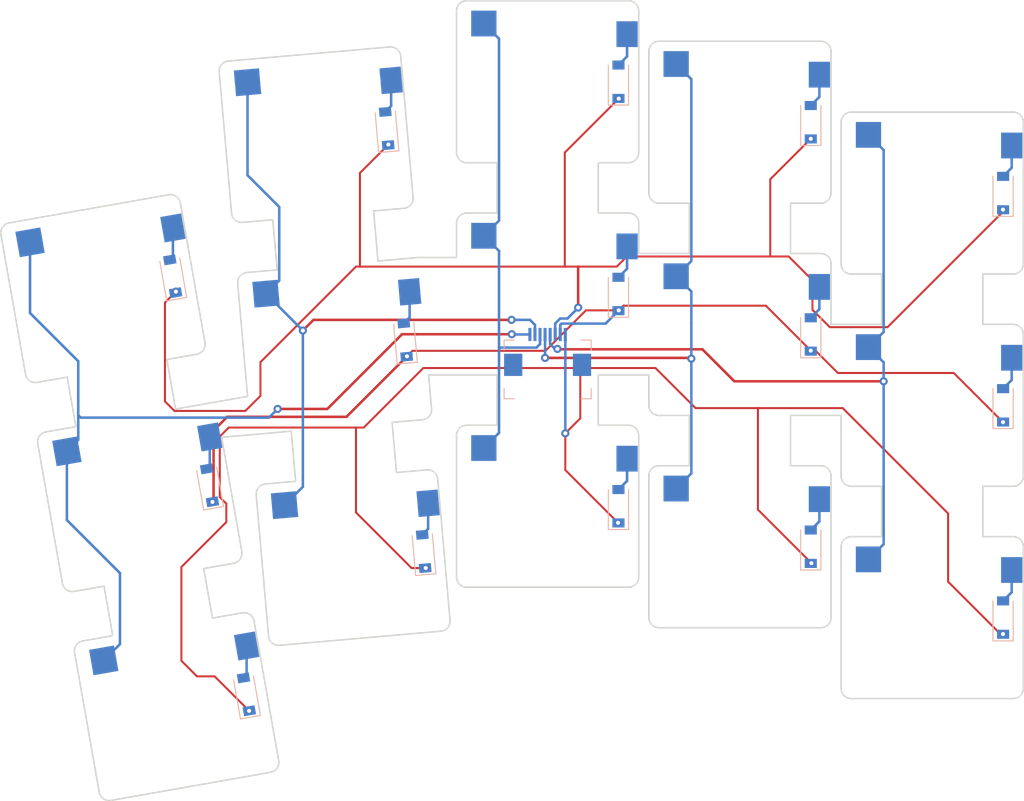
<source format=kicad_pcb>
(kicad_pcb (version 20221018) (generator pcbnew)
  (title_block (title "matrix_pcb") (rev "v1.0.0") (company "Unknown"))
  (layers (0 "F.Cu" signal) (31 "B.Cu" signal) (34 "B.Paste" user) (35 "F.Paste" user) (36 "B.SilkS" user "B.Silkscreen") (37 "F.SilkS" user "F.Silkscreen") (38 "B.Mask" user) (39 "F.Mask" user) (44 "Edge.Cuts" user))
  (net 0 "")
  (net 1 "C1")
  (net 2 "pinky_home")
  (net 3 "pinky_top")
  (net 4 "pinky_bottom")
  (net 5 "C2")
  (net 6 "ring_home")
  (net 7 "ring_top")
  (net 8 "ring_bottom")
  (net 9 "C3")
  (net 10 "middle_home")
  (net 11 "middle_top")
  (net 12 "middle_bottom")
  (net 13 "C4")
  (net 14 "index_home")
  (net 15 "index_top")
  (net 16 "index_bottom")
  (net 17 "C5")
  (net 18 "inner_home")
  (net 19 "inner_top")
  (net 20 "inner_bottom")
  (net 21 "R3")
  (net 22 "R2")
  (net 23 "R1")
  (footprint "MX" (layer "F.Cu") (at 96.358598 79.348581 10)
    (fp_text reference "S2" hide)
    (fp_text value "" hide)
    (pad "" np_thru_hole circle (at -2.6 -5.75) (size 3 3) (drill 3) (layers "*.Cu" "*.Mask"))
    (pad "" np_thru_hole circle (at 0 0) (size 3.9878 3.9878) (drill 3.9878) (layers "*.Cu" "*.Mask"))
    (pad "" np_thru_hole circle (at 4.4 -4.7) (size 3 3) (drill 3) (layers "*.Cu" "*.Mask"))
    (pad "1" smd rect (at -6.3 -5.75 10) (size 2.5 2.55) (layers "B.Cu" "B.Paste" "B.Mask") (net 1 "C1"))
    (pad "2" smd rect (at 7.85 -4.7 10) (size 2.1 2.55) (layers "B.Cu" "B.Paste" "B.Mask") (net 3 "pinky_top"))
  )
  (footprint "MX" (layer "F.Cu") (at 140.291967 100.85441)
    (fp_text reference "S9" hide)
    (fp_text value "" hide)
    (pad "" np_thru_hole circle (at -2.6 -5.75) (size 3 3) (drill 3) (layers "*.Cu" "*.Mask"))
    (pad "" np_thru_hole circle (at 0 0) (size 3.9878 3.9878) (drill 3.9878) (layers "*.Cu" "*.Mask"))
    (pad "" np_thru_hole circle (at 4.4 -4.7) (size 3 3) (drill 3) (layers "*.Cu" "*.Mask"))
    (pad "1" smd rect (at -6.3 -5.75) (size 2.5 2.55) (layers "B.Cu" "B.Paste" "B.Mask") (net 9 "C3"))
    (pad "2" smd rect (at 7.85 -4.7) (size 2.1 2.55) (layers "B.Cu" "B.Paste" "B.Mask") (net 12 "middle_bottom"))
  )
  (footprint "MX" (layer "F.Cu") (at 178.291967 69.91441)
    (fp_text reference "S14" hide)
    (fp_text value "" hide)
    (pad "" np_thru_hole circle (at -2.6 -5.75) (size 3 3) (drill 3) (layers "*.Cu" "*.Mask"))
    (pad "" np_thru_hole circle (at 0 0) (size 3.9878 3.9878) (drill 3.9878) (layers "*.Cu" "*.Mask"))
    (pad "" np_thru_hole circle (at 4.4 -4.7) (size 3 3) (drill 3) (layers "*.Cu" "*.Mask"))
    (pad "1" smd rect (at -6.3 -5.75) (size 2.5 2.55) (layers "B.Cu" "B.Paste" "B.Mask") (net 17 "C5"))
    (pad "2" smd rect (at 7.85 -4.7) (size 2.1 2.55) (layers "B.Cu" "B.Paste" "B.Mask") (net 19 "inner_top"))
  )
  (footprint "MX" (layer "F.Cu") (at 103.641402 120.651419 10)
    (fp_text reference "S3" hide)
    (fp_text value "" hide)
    (pad "" np_thru_hole circle (at -2.6 -5.75) (size 3 3) (drill 3) (layers "*.Cu" "*.Mask"))
    (pad "" np_thru_hole circle (at 0 0) (size 3.9878 3.9878) (drill 3.9878) (layers "*.Cu" "*.Mask"))
    (pad "" np_thru_hole circle (at 4.4 -4.7) (size 3 3) (drill 3) (layers "*.Cu" "*.Mask"))
    (pad "1" smd rect (at -6.3 -5.75 10) (size 2.5 2.55) (layers "B.Cu" "B.Paste" "B.Mask") (net 1 "C1"))
    (pad "2" smd rect (at 7.85 -4.7 10) (size 2.1 2.55) (layers "B.Cu" "B.Paste" "B.Mask") (net 4 "pinky_bottom"))
  )
  (footprint "MX" (layer "F.Cu") (at 159.291967 83.88441)
    (fp_text reference "S10" hide)
    (fp_text value "" hide)
    (pad "" np_thru_hole circle (at -2.6 -5.75) (size 3 3) (drill 3) (layers "*.Cu" "*.Mask"))
    (pad "" np_thru_hole circle (at 0 0) (size 3.9878 3.9878) (drill 3.9878) (layers "*.Cu" "*.Mask"))
    (pad "" np_thru_hole circle (at 4.4 -4.7) (size 3 3) (drill 3) (layers "*.Cu" "*.Mask"))
    (pad "1" smd rect (at -6.3 -5.75) (size 2.5 2.55) (layers "B.Cu" "B.Paste" "B.Mask") (net 13 "C4"))
    (pad "2" smd rect (at 7.85 -4.7) (size 2.1 2.55) (layers "B.Cu" "B.Paste" "B.Mask") (net 14 "index_home"))
  )
  (footprint "MX" (layer "F.Cu") (at 100 100 10)
    (fp_text reference "S1" hide)
    (fp_text value "" hide)
    (pad "" np_thru_hole circle (at -2.6 -5.75) (size 3 3) (drill 3) (layers "*.Cu" "*.Mask"))
    (pad "" np_thru_hole circle (at 0 0) (size 3.9878 3.9878) (drill 3.9878) (layers "*.Cu" "*.Mask"))
    (pad "" np_thru_hole circle (at 4.4 -4.7) (size 3 3) (drill 3) (layers "*.Cu" "*.Mask"))
    (pad "1" smd rect (at -6.3 -5.75 10) (size 2.5 2.55) (layers "B.Cu" "B.Paste" "B.Mask") (net 1 "C1"))
    (pad "2" smd rect (at 7.85 -4.7 10) (size 2.1 2.55) (layers "B.Cu" "B.Paste" "B.Mask") (net 2 "pinky_home"))
  )
  (footprint "MX" (layer "F.Cu") (at 140.291967 79.88441)
    (fp_text reference "S7" hide)
    (fp_text value "" hide)
    (pad "" np_thru_hole circle (at -2.6 -5.75) (size 3 3) (drill 3) (layers "*.Cu" "*.Mask"))
    (pad "" np_thru_hole circle (at 0 0) (size 3.9878 3.9878) (drill 3.9878) (layers "*.Cu" "*.Mask"))
    (pad "" np_thru_hole circle (at 4.4 -4.7) (size 3 3) (drill 3) (layers "*.Cu" "*.Mask"))
    (pad "1" smd rect (at -6.3 -5.75) (size 2.5 2.55) (layers "B.Cu" "B.Paste" "B.Mask") (net 9 "C3"))
    (pad "2" smd rect (at 7.85 -4.7) (size 2.1 2.55) (layers "B.Cu" "B.Paste" "B.Mask") (net 10 "middle_home"))
  )
  (footprint "MX" (layer "F.Cu") (at 178.291967 111.85441)
    (fp_text reference "S15" hide)
    (fp_text value "" hide)
    (pad "" np_thru_hole circle (at -2.6 -5.75) (size 3 3) (drill 3) (layers "*.Cu" "*.Mask"))
    (pad "" np_thru_hole circle (at 0 0) (size 3.9878 3.9878) (drill 3.9878) (layers "*.Cu" "*.Mask"))
    (pad "" np_thru_hole circle (at 4.4 -4.7) (size 3 3) (drill 3) (layers "*.Cu" "*.Mask"))
    (pad "1" smd rect (at -6.3 -5.75) (size 2.5 2.55) (layers "B.Cu" "B.Paste" "B.Mask") (net 17 "C5"))
    (pad "2" smd rect (at 7.85 -4.7) (size 2.1 2.55) (layers "B.Cu" "B.Paste" "B.Mask") (net 20 "inner_bottom"))
  )
  (footprint "MX" (layer "F.Cu") (at 159.291967 62.91441)
    (fp_text reference "S11" hide)
    (fp_text value "" hide)
    (pad "" np_thru_hole circle (at -2.6 -5.75) (size 3 3) (drill 3) (layers "*.Cu" "*.Mask"))
    (pad "" np_thru_hole circle (at 0 0) (size 3.9878 3.9878) (drill 3.9878) (layers "*.Cu" "*.Mask"))
    (pad "" np_thru_hole circle (at 4.4 -4.7) (size 3 3) (drill 3) (layers "*.Cu" "*.Mask"))
    (pad "1" smd rect (at -6.3 -5.75) (size 2.5 2.55) (layers "B.Cu" "B.Paste" "B.Mask") (net 13 "C4"))
    (pad "2" smd rect (at 7.85 -4.7) (size 2.1 2.55) (layers "B.Cu" "B.Paste" "B.Mask") (net 15 "index_top"))
  )
  (footprint "MX" (layer "F.Cu") (at 178.291967 90.88441)
    (fp_text reference "S13" hide)
    (fp_text value "" hide)
    (pad "" np_thru_hole circle (at -2.6 -5.75) (size 3 3) (drill 3) (layers "*.Cu" "*.Mask"))
    (pad "" np_thru_hole circle (at 0 0) (size 3.9878 3.9878) (drill 3.9878) (layers "*.Cu" "*.Mask"))
    (pad "" np_thru_hole circle (at 4.4 -4.7) (size 3 3) (drill 3) (layers "*.Cu" "*.Mask"))
    (pad "1" smd rect (at -6.3 -5.75) (size 2.5 2.55) (layers "B.Cu" "B.Paste" "B.Mask") (net 17 "C5"))
    (pad "2" smd rect (at 7.85 -4.7) (size 2.1 2.55) (layers "B.Cu" "B.Paste" "B.Mask") (net 18 "inner_home"))
  )
  (footprint "MX" (layer "F.Cu") (at 119.249795 85.034956 5)
    (fp_text reference "S4" hide)
    (fp_text value "" hide)
    (pad "" np_thru_hole circle (at -2.6 -5.75) (size 3 3) (drill 3) (layers "*.Cu" "*.Mask"))
    (pad "" np_thru_hole circle (at 0 0) (size 3.9878 3.9878) (drill 3.9878) (layers "*.Cu" "*.Mask"))
    (pad "" np_thru_hole circle (at 4.4 -4.7) (size 3 3) (drill 3) (layers "*.Cu" "*.Mask"))
    (pad "1" smd rect (at -6.3 -5.75 5) (size 2.5 2.55) (layers "B.Cu" "B.Paste" "B.Mask") (net 5 "C2"))
    (pad "2" smd rect (at 7.85 -4.7 5) (size 2.1 2.55) (layers "B.Cu" "B.Paste" "B.Mask") (net 6 "ring_home"))
  )
  (footprint "MX" (layer "F.Cu") (at 140.291967 58.91441)
    (fp_text reference "S8" hide)
    (fp_text value "" hide)
    (pad "" np_thru_hole circle (at -2.6 -5.75) (size 3 3) (drill 3) (layers "*.Cu" "*.Mask"))
    (pad "" np_thru_hole circle (at 0 0) (size 3.9878 3.9878) (drill 3.9878) (layers "*.Cu" "*.Mask"))
    (pad "" np_thru_hole circle (at 4.4 -4.7) (size 3 3) (drill 3) (layers "*.Cu" "*.Mask"))
    (pad "1" smd rect (at -6.3 -5.75) (size 2.5 2.55) (layers "B.Cu" "B.Paste" "B.Mask") (net 9 "C3"))
    (pad "2" smd rect (at 7.85 -4.7) (size 2.1 2.55) (layers "B.Cu" "B.Paste" "B.Mask") (net 11 "middle_top"))
  )
  (footprint "MX" (layer "F.Cu") (at 117.422139 64.144753 5)
    (fp_text reference "S5" hide)
    (fp_text value "" hide)
    (pad "" np_thru_hole circle (at -2.6 -5.75) (size 3 3) (drill 3) (layers "*.Cu" "*.Mask"))
    (pad "" np_thru_hole circle (at 0 0) (size 3.9878 3.9878) (drill 3.9878) (layers "*.Cu" "*.Mask"))
    (pad "" np_thru_hole circle (at 4.4 -4.7) (size 3 3) (drill 3) (layers "*.Cu" "*.Mask"))
    (pad "1" smd rect (at -6.3 -5.75 5) (size 2.5 2.55) (layers "B.Cu" "B.Paste" "B.Mask") (net 5 "C2"))
    (pad "2" smd rect (at 7.85 -4.7 5) (size 2.1 2.55) (layers "B.Cu" "B.Paste" "B.Mask") (net 7 "ring_top"))
  )
  (footprint "MX" (layer "F.Cu") (at 121.077451 105.925158 5)
    (fp_text reference "S6" hide)
    (fp_text value "" hide)
    (pad "" np_thru_hole circle (at -2.6 -5.75) (size 3 3) (drill 3) (layers "*.Cu" "*.Mask"))
    (pad "" np_thru_hole circle (at 0 0) (size 3.9878 3.9878) (drill 3.9878) (layers "*.Cu" "*.Mask"))
    (pad "" np_thru_hole circle (at 4.4 -4.7) (size 3 3) (drill 3) (layers "*.Cu" "*.Mask"))
    (pad "1" smd rect (at -6.3 -5.75 5) (size 2.5 2.55) (layers "B.Cu" "B.Paste" "B.Mask") (net 5 "C2"))
    (pad "2" smd rect (at 7.85 -4.7 5) (size 2.1 2.55) (layers "B.Cu" "B.Paste" "B.Mask") (net 8 "ring_bottom"))
  )
  (footprint "MX" (layer "F.Cu") (at 159.291967 104.85441)
    (fp_text reference "S12" hide)
    (fp_text value "" hide)
    (pad "" np_thru_hole circle (at -2.6 -5.75) (size 3 3) (drill 3) (layers "*.Cu" "*.Mask"))
    (pad "" np_thru_hole circle (at 0 0) (size 3.9878 3.9878) (drill 3.9878) (layers "*.Cu" "*.Mask"))
    (pad "" np_thru_hole circle (at 4.4 -4.7) (size 3 3) (drill 3) (layers "*.Cu" "*.Mask"))
    (pad "1" smd rect (at -6.3 -5.75) (size 2.5 2.55) (layers "B.Cu" "B.Paste" "B.Mask") (net 13 "C4"))
    (pad "2" smd rect (at 7.85 -4.7) (size 2.1 2.55) (layers "B.Cu" "B.Paste" "B.Mask") (net 16 "index_bottom"))
  )
  (footprint "SmdDiode" (layer "B.Cu") (at 185.291967 111.85441 90)
    (fp_text reference "D15" hide)
    (fp_text value "" hide)
    (pad "1" smd rect (at -1.65 0 90) (size 0.9 1.2) (layers "B.Cu" "B.Paste" "B.Mask") (net 21 "R3"))
    (pad "2" smd rect (at 1.65 0 90) (size 0.9 1.2) (layers "B.Cu" "B.Paste" "B.Mask") (net 20 "inner_bottom"))
  )
  (footprint "SmdDiode" (layer "B.Cu") (at 124.395502 63.534662 95)
    (fp_text reference "D5" hide)
    (fp_text value "" hide)
    (pad "1" smd rect (at -1.65 0 95) (size 0.9 1.2) (layers "B.Cu" "B.Paste" "B.Mask") (net 23 "R1"))
    (pad "2" smd rect (at 1.65 0 95) (size 0.9 1.2) (layers "B.Cu" "B.Paste" "B.Mask") (net 7 "ring_top"))
  )
  (footprint "SmdDiode" (layer "B.Cu") (at 166.291967 104.85441 90)
    (fp_text reference "D12" hide)
    (fp_text value "" hide)
    (pad "1" smd rect (at -1.65 0 90) (size 0.9 1.2) (layers "B.Cu" "B.Paste" "B.Mask") (net 21 "R3"))
    (pad "2" smd rect (at 1.65 0 90) (size 0.9 1.2) (layers "B.Cu" "B.Paste" "B.Mask") (net 16 "index_bottom"))
  )
  (footprint "SmdDiode" (layer "B.Cu") (at 166.291967 62.91441 90)
    (fp_text reference "D11" hide)
    (fp_text value "" hide)
    (pad "1" smd rect (at -1.65 0 90) (size 0.9 1.2) (layers "B.Cu" "B.Paste" "B.Mask") (net 23 "R1"))
    (pad "2" smd rect (at 1.65 0 90) (size 0.9 1.2) (layers "B.Cu" "B.Paste" "B.Mask") (net 15 "index_top"))
  )
  (footprint "SmdDiode" (layer "B.Cu") (at 106.893654 98.784463 100)
    (fp_text reference "D1" hide)
    (fp_text value "" hide)
    (pad "1" smd rect (at -1.65 -0.000001 100) (size 0.9 1.2) (layers "B.Cu" "B.Paste" "B.Mask") (net 22 "R2"))
    (pad "2" smd rect (at 1.65 0 100) (size 0.9 1.2) (layers "B.Cu" "B.Paste" "B.Mask") (net 2 "pinky_home"))
  )
  (footprint "SmdDiode" (layer "B.Cu") (at 110.535057 119.435881 100)
    (fp_text reference "D3" hide)
    (fp_text value "" hide)
    (pad "1" smd rect (at -1.65 -0.000001 100) (size 0.9 1.2) (layers "B.Cu" "B.Paste" "B.Mask") (net 21 "R3"))
    (pad "2" smd rect (at 1.65 0 100) (size 0.9 1.2) (layers "B.Cu" "B.Paste" "B.Mask") (net 4 "pinky_bottom"))
  )
  (footprint "SmdDiode" (layer "B.Cu") (at 166.291967 83.88441 90)
    (fp_text reference "D10" hide)
    (fp_text value "" hide)
    (pad "1" smd rect (at -1.65 0 90) (size 0.9 1.2) (layers "B.Cu" "B.Paste" "B.Mask") (net 22 "R2"))
    (pad "2" smd rect (at 1.65 0 90) (size 0.9 1.2) (layers "B.Cu" "B.Paste" "B.Mask") (net 14 "index_home"))
  )
  (footprint "SmdDiode" (layer "B.Cu") (at 185.291967 90.88441 90)
    (fp_text reference "D13" hide)
    (fp_text value "" hide)
    (pad "1" smd rect (at -1.65 0 90) (size 0.9 1.2) (layers "B.Cu" "B.Paste" "B.Mask") (net 22 "R2"))
    (pad "2" smd rect (at 1.65 0 90) (size 0.9 1.2) (layers "B.Cu" "B.Paste" "B.Mask") (net 18 "inner_home"))
  )
  (footprint "SmdDiode" (layer "B.Cu") (at 147.291967 79.88441 90)
    (fp_text reference "D7" hide)
    (fp_text value "" hide)
    (pad "1" smd rect (at -1.65 0 90) (size 0.9 1.2) (layers "B.Cu" "B.Paste" "B.Mask") (net 22 "R2"))
    (pad "2" smd rect (at 1.65 0 90) (size 0.9 1.2) (layers "B.Cu" "B.Paste" "B.Mask") (net 10 "middle_home"))
  )
  (footprint "SmdDiode" (layer "B.Cu") (at 147.291967 100.85441 90)
    (fp_text reference "D9" hide)
    (fp_text value "" hide)
    (pad "1" smd rect (at -1.65 0 90) (size 0.9 1.2) (layers "B.Cu" "B.Paste" "B.Mask") (net 21 "R3"))
    (pad "2" smd rect (at 1.65 0 90) (size 0.9 1.2) (layers "B.Cu" "B.Paste" "B.Mask") (net 12 "middle_bottom"))
  )
  (footprint "HKWClamshellSocket" (layer "B.Cu") (at 140.291967 86.88441 180)
    (fp_text reference "_1" hide)
    (fp_text value "" hide)
    (pad "" smd rect (at -3.4 0 180) (size 1.8 2.2) (layers "B.Cu" "B.Paste" "B.Mask"))
    (pad "" smd rect (at 3.4 0 180) (size 1.8 2.2) (layers "B.Cu" "B.Paste" "B.Mask"))
    (pad "1" smd rect (at -1.75 3 180) (size 0.3 1.3) (layers "B.Cu" "B.Paste" "B.Mask") (net 21 "R3"))
    (pad "2" smd rect (at -1.25 3 180) (size 0.3 1.3) (layers "B.Cu" "B.Paste" "B.Mask") (net 22 "R2"))
    (pad "3" smd rect (at -0.75 3 180) (size 0.3 1.3) (layers "B.Cu" "B.Paste" "B.Mask") (net 23 "R1"))
    (pad "4" smd rect (at -0.25 3 180) (size 0.3 1.3) (layers "B.Cu" "B.Paste" "B.Mask") (net 17 "C5"))
    (pad "5" smd rect (at 0.25 3 180) (size 0.3 1.3) (layers "B.Cu" "B.Paste" "B.Mask") (net 13 "C4"))
    (pad "6" smd rect (at 0.75 3 180) (size 0.3 1.3) (layers "B.Cu" "B.Paste" "B.Mask") (net 9 "C3"))
    (pad "7" smd rect (at 1.25 3 180) (size 0.3 1.3) (layers "B.Cu" "B.Paste" "B.Mask") (net 5 "C2"))
    (pad "8" smd rect (at 1.75 3 180) (size 0.3 1.3) (layers "B.Cu" "B.Paste" "B.Mask") (net 1 "C1"))
  )
  (footprint "SmdDiode" (layer "B.Cu") (at 147.291967 58.91441 90)
    (fp_text reference "D8" hide)
    (fp_text value "" hide)
    (pad "1" smd rect (at -1.65 0 90) (size 0.9 1.2) (layers "B.Cu" "B.Paste" "B.Mask") (net 23 "R1"))
    (pad "2" smd rect (at 1.65 0 90) (size 0.9 1.2) (layers "B.Cu" "B.Paste" "B.Mask") (net 11 "middle_top"))
  )
  (footprint "SmdDiode" (layer "B.Cu") (at 103.252252 78.133044 100)
    (fp_text reference "D2" hide)
    (fp_text value "" hide)
    (pad "1" smd rect (at -1.65 -0.000001 100) (size 0.9 1.2) (layers "B.Cu" "B.Paste" "B.Mask") (net 23 "R1"))
    (pad "2" smd rect (at 1.65 0 100) (size 0.9 1.2) (layers "B.Cu" "B.Paste" "B.Mask") (net 3 "pinky_top"))
  )
  (footprint "SmdDiode" (layer "B.Cu") (at 126.223158 84.424865 95)
    (fp_text reference "D4" hide)
    (fp_text value "" hide)
    (pad "1" smd rect (at -1.65 0 95) (size 0.9 1.2) (layers "B.Cu" "B.Paste" "B.Mask") (net 22 "R2"))
    (pad "2" smd rect (at 1.65 0 95) (size 0.9 1.2) (layers "B.Cu" "B.Paste" "B.Mask") (net 6 "ring_home"))
  )
  (footprint "SmdDiode" (layer "B.Cu") (at 128.050814 105.315068 95)
    (fp_text reference "D6" hide)
    (fp_text value "" hide)
    (pad "1" smd rect (at -1.65 0 95) (size 0.9 1.2) (layers "B.Cu" "B.Paste" "B.Mask") (net 21 "R3"))
    (pad "2" smd rect (at 1.65 0 95) (size 0.9 1.2) (layers "B.Cu" "B.Paste" "B.Mask") (net 8 "ring_bottom"))
  )
  (footprint "SmdDiode" (layer "B.Cu") (at 185.291967 69.91441 90)
    (fp_text reference "D14" hide)
    (fp_text value "" hide)
    (pad "1" smd rect (at -1.65 0 90) (size 0.9 1.2) (layers "B.Cu" "B.Paste" "B.Mask") (net 23 "R1"))
    (pad "2" smd rect (at 1.65 0 90) (size 0.9 1.2) (layers "B.Cu" "B.Paste" "B.Mask") (net 19 "inner_top"))
  )
  (gr_arc (start 148.291967 50.91441) (mid 148.999074 51.207303) (end 149.291967 51.91441) (stroke (width 0.15)) (layer "Edge.Cuts"))
  (gr_arc (start 131.291967 93.85441) (mid 131.58486 93.147303) (end 132.291967 92.85441) (stroke (width 0.15)) (layer "Edge.Cuts"))
  (gr_line (start 89.869321 88.616229) (end 92.823744 88.095284) (stroke (width 0.15)) (layer "Edge.Cuts"))
  (gr_line (start 154.291967 75.88441) (end 151.291967 75.88441) (stroke (width 0.15)) (layer "Edge.Cuts"))
  (gr_arc (start 168.291967 111.85441) (mid 167.999074 112.561517) (end 167.291967 112.85441) (stroke (width 0.15)) (layer "Edge.Cuts"))
  (gr_line (start 150.291967 55.91441) (end 150.291967 69.91441) (stroke (width 0.15)) (layer "Edge.Cuts"))
  (gr_line (start 169.291967 91.88441) (end 169.291967 97.88441) (stroke (width 0.15)) (layer "Edge.Cuts"))
  (gr_line (start 164.291967 96.85441) (end 164.291967 91.88441) (stroke (width 0.15)) (layer "Edge.Cuts"))
  (gr_line (start 186.291967 61.91441) (end 170.291967 61.91441) (stroke (width 0.15)) (layer "Edge.Cuts"))
  (gr_line (start 127.518301 76.280996) (end 126.522107 76.368152) (stroke (width 0.15)) (layer "Edge.Cuts"))
  (gr_line (start 149.291967 75.88441) (end 149.291967 72.88441) (stroke (width 0.15)) (layer "Edge.Cuts"))
  (gr_arc (start 170.291967 119.85441) (mid 169.58486 119.561517) (end 169.291967 118.85441) (stroke (width 0.15)) (layer "Edge.Cuts"))
  (gr_line (start 127.518967 76.288606) (end 127.518301 76.280996) (stroke (width 0.15)) (layer "Edge.Cuts"))
  (gr_line (start 150.291967 97.85441) (end 150.291967 111.85441) (stroke (width 0.15)) (layer "Edge.Cuts"))
  (gr_line (start 125.361178 97.519822) (end 124.928014 92.568734) (stroke (width 0.15)) (layer "Edge.Cuts"))
  (gr_line (start 131.291967 93.85441) (end 131.291967 107.85441) (stroke (width 0.15)) (layer "Edge.Cuts"))
  (gr_line (start 151.291967 70.91441) (end 154.291967 70.91441) (stroke (width 0.15)) (layer "Edge.Cuts"))
  (gr_arc (start 151.291967 112.85441) (mid 150.58486 112.561517) (end 150.291967 111.85441) (stroke (width 0.15)) (layer "Edge.Cuts"))
  (gr_line (start 169.291967 62.91441) (end 169.291967 76.91441) (stroke (width 0.15)) (layer "Edge.Cuts"))
  (gr_arc (start 187.291967 97.88441) (mid 186.999074 98.591517) (end 186.291967 98.88441) (stroke (width 0.15)) (layer "Edge.Cuts"))
  (gr_line (start 145.291967 71.88441) (end 145.291967 66.91441) (stroke (width 0.15)) (layer "Edge.Cuts"))
  (gr_line (start 154.291967 70.91441) (end 154.291967 75.88441) (stroke (width 0.15)) (layer "Edge.Cuts"))
  (gr_arc (start 187.291967 118.85441) (mid 186.999074 119.561517) (end 186.291967 119.85441) (stroke (width 0.15)) (layer "Edge.Cuts"))
  (gr_arc (start 149.291967 107.85441) (mid 148.999074 108.561517) (end 148.291967 108.85441) (stroke (width 0.15)) (layer "Edge.Cuts"))
  (gr_line (start 135.291967 87.88441) (end 135.291967 92.85441) (stroke (width 0.15)) (layer "Edge.Cuts"))
  (gr_arc (start 128.825638 91.223917) (mid 128.595487 91.95386) (end 127.916598 92.307267) (stroke (width 0.15)) (layer "Edge.Cuts"))
  (gr_line (start 167.291967 96.85441) (end 164.291967 96.85441) (stroke (width 0.15)) (layer "Edge.Cuts"))
  (gr_line (start 124.694451 55.477949) (end 108.755336 56.872441) (stroke (width 0.15)) (layer "Edge.Cuts"))
  (gr_line (start 131.291967 51.91441) (end 131.291967 65.91441) (stroke (width 0.15)) (layer "Edge.Cuts"))
  (gr_line (start 164.291967 91.88441) (end 169.291967 91.88441) (stroke (width 0.15)) (layer "Edge.Cuts"))
  (gr_arc (start 148.291967 71.88441) (mid 148.999074 72.177303) (end 149.291967 72.88441) (stroke (width 0.15)) (layer "Edge.Cuts"))
  (gr_line (start 97.152126 129.919066) (end 112.90905 127.140695) (stroke (width 0.15)) (layer "Edge.Cuts"))
  (gr_line (start 128.825637 91.223917) (end 128.533468 87.88441) (stroke (width 0.15)) (layer "Edge.Cuts"))
  (gr_line (start 113.805139 114.591962) (end 129.744254 113.19747) (stroke (width 0.15)) (layer "Edge.Cuts"))
  (gr_line (start 173.291967 98.88441) (end 173.291967 103.85441) (stroke (width 0.15)) (layer "Edge.Cuts"))
  (gr_line (start 127.518967 76.28041) (end 127.518967 76.288606) (stroke (width 0.15)) (layer "Edge.Cuts"))
  (gr_arc (start 186.291967 61.91441) (mid 186.999074 62.207303) (end 187.291967 62.91441) (stroke (width 0.15)) (layer "Edge.Cuts"))
  (gr_arc (start 186.291967 103.85441) (mid 186.999074 104.147303) (end 187.291967 104.85441) (stroke (width 0.15)) (layer "Edge.Cuts"))
  (gr_arc (start 86.27979 74.017761) (mid 86.445446 73.270536) (end 87.09095 72.859305) (stroke (width 0.15)) (layer "Edge.Cuts"))
  (gr_line (start 168.291967 111.85441) (end 168.291967 97.85441) (stroke (width 0.15)) (layer "Edge.Cuts"))
  (gr_arc (start 168.291967 69.91441) (mid 167.999074 70.621517) (end 167.291967 70.91441) (stroke (width 0.15)) (layer "Edge.Cuts"))
  (gr_line (start 113.138411 72.550089) (end 113.571576 77.501177) (stroke (width 0.15)) (layer "Edge.Cuts"))
  (gr_line (start 126.522106 76.368152) (end 123.533522 76.629619) (stroke (width 0.15)) (layer "Edge.Cuts"))
  (gr_line (start 131.291967 72.88441) (end 131.291967 76.28041) (stroke (width 0.15)) (layer "Edge.Cuts"))
  (gr_line (start 183.291967 77.91441) (end 186.291967 77.91441) (stroke (width 0.15)) (layer "Edge.Cuts"))
  (gr_line (start 173.291967 103.85441) (end 170.291967 103.85441) (stroke (width 0.15)) (layer "Edge.Cuts"))
  (gr_line (start 93.686776 92.989779) (end 90.732353 93.510723) (stroke (width 0.15)) (layer "Edge.Cuts"))
  (gr_arc (start 187.291967 76.91441) (mid 186.999074 77.621517) (end 186.291967 77.91441) (stroke (width 0.15)) (layer "Edge.Cuts"))
  (gr_line (start 169.291967 104.85441) (end 169.291967 118.85441) (stroke (width 0.15)) (layer "Edge.Cuts"))
  (gr_arc (start 131.291967 51.91441) (mid 131.58486 51.207303) (end 132.291967 50.91441) (stroke (width 0.15)) (layer "Edge.Cuts"))
  (gr_line (start 102.847874 70.080934) (end 87.09095 72.859305) (stroke (width 0.15)) (layer "Edge.Cuts"))
  (gr_arc (start 169.291967 62.91441) (mid 169.58486 62.207303) (end 170.291967 61.91441) (stroke (width 0.15)) (layer "Edge.Cuts"))
  (gr_arc (start 150.291967 55.91441) (mid 150.58486 55.207303) (end 151.291967 54.91441) (stroke (width 0.15)) (layer "Edge.Cuts"))
  (gr_line (start 123.100358 71.678532) (end 126.088943 71.417064) (stroke (width 0.15)) (layer "Edge.Cuts"))
  (gr_line (start 132.291967 108.85441) (end 148.291967 108.85441) (stroke (width 0.15)) (layer "Edge.Cuts"))
  (gr_line (start 151.291967 75.88441) (end 149.291967 75.88441) (stroke (width 0.15)) (layer "Edge.Cuts"))
  (gr_line (start 103.534853 91.253297) (end 102.671822 86.358803) (stroke (width 0.15)) (layer "Edge.Cuts"))
  (gr_line (start 113.720209 125.982239) (end 111.289135 112.194931) (stroke (width 0.15)) (layer "Edge.Cuts"))
  (gr_line (start 92.823744 88.095284) (end 93.686776 92.989779) (stroke (width 0.15)) (layer "Edge.Cuts"))
  (gr_line (start 135.291967 66.91441) (end 135.291967 71.88441) (stroke (width 0.15)) (layer "Edge.Cuts"))
  (gr_arc (start 110.149827 72.811557) (mid 109.419884 72.581406) (end 109.066477 71.902517) (stroke (width 0.15)) (layer "Edge.Cuts"))
  (gr_arc (start 102.847875 70.080935) (mid 103.595099 70.246591) (end 104.00633 70.892094) (stroke (width 0.15)) (layer "Edge.Cuts"))
  (gr_line (start 186.291967 103.85441) (end 183.291967 103.85441) (stroke (width 0.15)) (layer "Edge.Cuts"))
  (gr_line (start 106.489277 90.732353) (end 103.534853 91.253297) (stroke (width 0.15)) (layer "Edge.Cuts"))
  (gr_line (start 113.571576 77.501177) (end 110.582991 77.762644) (stroke (width 0.15)) (layer "Edge.Cuts"))
  (gr_arc (start 170.291967 77.91441) (mid 169.58486 77.621517) (end 169.291967 76.91441) (stroke (width 0.15)) (layer "Edge.Cuts"))
  (gr_arc (start 149.291967 65.91441) (mid 148.999074 66.621517) (end 148.291967 66.91441) (stroke (width 0.15)) (layer "Edge.Cuts"))
  (gr_line (start 151.291967 112.85441) (end 167.291967 112.85441) (stroke (width 0.15)) (layer "Edge.Cuts"))
  (gr_line (start 110.078807 105.330821) (end 108.088287 94.04202) (stroke (width 0.15)) (layer "Edge.Cuts"))
  (gr_line (start 128.349763 97.258355) (end 125.361178 97.519822) (stroke (width 0.15)) (layer "Edge.Cuts"))
  (gr_line (start 151.291967 91.88441) (end 154.291967 91.88441) (stroke (width 0.15)) (layer "Edge.Cuts"))
  (gr_line (start 164.291967 70.91441) (end 167.291967 70.91441) (stroke (width 0.15)) (layer "Edge.Cuts"))
  (gr_arc (start 106.437405 84.679402) (mid 106.271749 85.426627) (end 105.626245 85.837858) (stroke (width 0.15)) (layer "Edge.Cuts"))
  (gr_arc (start 169.291967 104.85441) (mid 169.58486 104.147303) (end 170.291967 103.85441) (stroke (width 0.15)) (layer "Edge.Cuts"))
  (gr_line (start 93.510723 109.267647) (end 96.465147 108.746703) (stroke (width 0.15)) (layer "Edge.Cuts"))
  (gr_line (start 93.562595 115.320598) (end 95.99367 129.107906) (stroke (width 0.15)) (layer "Edge.Cuts"))
  (gr_arc (start 167.291967 75.88441) (mid 167.999074 76.177303) (end 168.291967 76.88441) (stroke (width 0.15)) (layer "Edge.Cuts"))
  (gr_line (start 149.291967 107.85441) (end 149.291967 93.85441) (stroke (width 0.15)) (layer "Edge.Cuts"))
  (gr_line (start 145.291967 87.88441) (end 150.291967 87.88441) (stroke (width 0.15)) (layer "Edge.Cuts"))
  (gr_line (start 115.399231 98.39138) (end 112.410647 98.652847) (stroke (width 0.15)) (layer "Edge.Cuts"))
  (gr_arc (start 148.291967 92.85441) (mid 148.999074 93.147303) (end 149.291967 93.85441) (stroke (width 0.15)) (layer "Edge.Cuts"))
  (gr_line (start 167.291967 75.88441) (end 164.291967 75.88441) (stroke (width 0.15)) (layer "Edge.Cuts"))
  (gr_arc (start 124.69445 55.477949) (mid 125.424394 55.708099) (end 125.777801 56.386988) (stroke (width 0.15)) (layer "Edge.Cuts"))
  (gr_arc (start 167.291967 96.85441) (mid 167.999074 97.147303) (end 168.291967 97.85441) (stroke (width 0.15)) (layer "Edge.Cuts"))
  (gr_arc (start 130.653294 112.11412) (mid 130.423143 112.844063) (end 129.744254 113.19747) (stroke (width 0.15)) (layer "Edge.Cuts"))
  (gr_arc (start 109.673952 78.845995) (mid 109.904102 78.116051) (end 110.582991 77.762644) (stroke (width 0.15)) (layer "Edge.Cuts"))
  (gr_arc (start 89.869321 88.616229) (mid 89.122096 88.450573) (end 88.710865 87.805069) (stroke (width 0.15)) (layer "Edge.Cuts"))
  (gr_arc (start 89.921193 94.66918) (mid 90.086848 93.921955) (end 90.732352 93.510723) (stroke (width 0.15)) (layer "Edge.Cuts"))
  (gr_arc (start 186.291967 82.88441) (mid 186.999074 83.177303) (end 187.291967 83.88441) (stroke (width 0.15)) (layer "Edge.Cuts"))
  (gr_line (start 149.291967 65.91441) (end 149.291967 51.91441) (stroke (width 0.15)) (layer "Edge.Cuts"))
  (gr_arc (start 150.291967 97.85441) (mid 150.58486 97.147303) (end 151.291967 96.85441) (stroke (width 0.15)) (layer "Edge.Cuts"))
  (gr_line (start 107.846297 57.955792) (end 109.066477 71.902517) (stroke (width 0.15)) (layer "Edge.Cuts"))
  (gr_line (start 183.291967 103.85441) (end 183.291967 98.88441) (stroke (width 0.15)) (layer "Edge.Cuts"))
  (gr_line (start 135.291967 71.88441) (end 132.291967 71.88441) (stroke (width 0.15)) (layer "Edge.Cuts"))
  (gr_line (start 86.279791 74.017761) (end 88.710865 87.805069) (stroke (width 0.15)) (layer "Edge.Cuts"))
  (gr_line (start 187.291967 118.85441) (end 187.291967 104.85441) (stroke (width 0.15)) (layer "Edge.Cuts"))
  (gr_line (start 135.291967 92.85441) (end 132.291967 92.85441) (stroke (width 0.15)) (layer "Edge.Cuts"))
  (gr_line (start 132.291967 66.91441) (end 135.291967 66.91441) (stroke (width 0.15)) (layer "Edge.Cuts"))
  (gr_line (start 186.291967 82.88441) (end 183.291967 82.88441) (stroke (width 0.15)) (layer "Edge.Cuts"))
  (gr_line (start 167.291967 54.91441) (end 151.291967 54.91441) (stroke (width 0.15)) (layer "Edge.Cuts"))
  (gr_line (start 109.673952 78.845994) (end 110.649693 89.998759) (stroke (width 0.15)) (layer "Edge.Cuts"))
  (gr_arc (start 151.291967 91.88441) (mid 150.58486 91.591517) (end 150.291967 90.88441) (stroke (width 0.15)) (layer "Edge.Cuts"))
  (gr_line (start 154.291967 96.85441) (end 151.291967 96.85441) (stroke (width 0.15)) (layer "Edge.Cuts"))
  (gr_line (start 170.291967 98.88441) (end 173.291967 98.88441) (stroke (width 0.15)) (layer "Edge.Cuts"))
  (gr_arc (start 132.291967 108.85441) (mid 131.58486 108.561517) (end 131.291967 107.85441) (stroke (width 0.15)) (layer "Edge.Cuts"))
  (gr_line (start 110.130679 111.383771) (end 107.176256 111.904716) (stroke (width 0.15)) (layer "Edge.Cuts"))
  (gr_line (start 111.501608 99.736197) (end 112.721789 113.682923) (stroke (width 0.15)) (layer "Edge.Cuts"))
  (gr_line (start 150.291967 87.88441) (end 150.291967 90.88441) (stroke (width 0.15)) (layer "Edge.Cuts"))
  (gr_line (start 130.653293 112.11412) (end 129.433113 98.167394) (stroke (width 0.15)) (layer "Edge.Cuts"))
  (gr_line (start 173.291967 77.91441) (end 173.291967 82.88441) (stroke (width 0.15)) (layer "Edge.Cuts"))
  (gr_arc (start 113.80514 114.591962) (mid 113.075196 114.361812) (end 112.721789 113.682923) (stroke (width 0.15)) (layer "Edge.Cuts"))
  (gr_arc (start 110.130679 111.383771) (mid 110.877904 111.549427) (end 111.289135 112.194931) (stroke (width 0.15)) (layer "Edge.Cuts"))
  (gr_line (start 123.533522 76.629619) (end 123.100358 71.678532) (stroke (width 0.15)) (layer "Edge.Cuts"))
  (gr_line (start 183.291967 82.88441) (end 183.291967 77.91441) (stroke (width 0.15)) (layer "Edge.Cuts"))
  (gr_line (start 128.533468 87.88441) (end 135.291967 87.88441) (stroke (width 0.15)) (layer "Edge.Cuts"))
  (gr_line (start 108.088287 94.04202) (end 114.966067 93.440292) (stroke (width 0.15)) (layer "Edge.Cuts"))
  (gr_line (start 183.291967 98.88441) (end 186.291967 98.88441) (stroke (width 0.15)) (layer "Edge.Cuts"))
  (gr_arc (start 151.291967 70.91441) (mid 150.58486 70.621517) (end 150.291967 69.91441) (stroke (width 0.15)) (layer "Edge.Cuts"))
  (gr_arc (start 107.846296 57.955791) (mid 108.076447 57.225848) (end 108.755336 56.872441) (stroke (width 0.15)) (layer "Edge.Cuts"))
  (gr_line (start 148.291967 71.88441) (end 145.291967 71.88441) (stroke (width 0.15)) (layer "Edge.Cuts"))
  (gr_arc (start 132.291967 66.91441) (mid 131.58486 66.621517) (end 131.291967 65.91441) (stroke (width 0.15)) (layer "Edge.Cuts"))
  (gr_line (start 89.921193 94.669179) (end 92.352268 108.456488) (stroke (width 0.15)) (layer "Edge.Cuts"))
  (gr_arc (start 128.349762 97.258355) (mid 129.079706 97.488505) (end 129.433113 98.167394) (stroke (width 0.15)) (layer "Edge.Cuts"))
  (gr_line (start 131.291967 76.28041) (end 127.518967 76.28041) (stroke (width 0.15)) (layer "Edge.Cuts"))
  (gr_line (start 168.291967 82.88441) (end 173.291967 82.88441) (stroke (width 0.15)) (layer "Edge.Cuts"))
  (gr_arc (start 93.510723 109.267648) (mid 92.763498 109.101992) (end 92.352267 108.456488) (stroke (width 0.15)) (layer "Edge.Cuts"))
  (gr_line (start 168.291967 69.91441) (end 168.291967 55.91441) (stroke (width 0.15)) (layer "Edge.Cuts"))
  (gr_line (start 97.328178 113.641197) (end 94.373755 114.162142) (stroke (width 0.15)) (layer "Edge.Cuts"))
  (gr_arc (start 111.501608 99.736198) (mid 111.731758 99.006254) (end 112.410647 98.652847) (stroke (width 0.15)) (layer "Edge.Cuts"))
  (gr_line (start 168.291967 82.88441) (end 168.291967 76.88441) (stroke (width 0.15)) (layer "Edge.Cuts"))
  (gr_line (start 164.291967 75.88441) (end 164.291967 70.91441) (stroke (width 0.15)) (layer "Edge.Cuts"))
  (gr_arc (start 97.152126 129.919066) (mid 96.404901 129.75341) (end 95.99367 129.107906) (stroke (width 0.15)) (layer "Edge.Cuts"))
  (gr_line (start 170.291967 119.85441) (end 186.291967 119.85441) (stroke (width 0.15)) (layer "Edge.Cuts"))
  (gr_line (start 145.291967 92.85441) (end 145.291967 87.88441) (stroke (width 0.15)) (layer "Edge.Cuts"))
  (gr_line (start 148.291967 92.85441) (end 145.291967 92.85441) (stroke (width 0.15)) (layer "Edge.Cuts"))
  (gr_arc (start 131.291967 72.88441) (mid 131.58486 72.177303) (end 132.291967 71.88441) (stroke (width 0.15)) (layer "Edge.Cuts"))
  (gr_line (start 107.176256 111.904716) (end 106.313224 107.010221) (stroke (width 0.15)) (layer "Edge.Cuts"))
  (gr_line (start 106.313224 107.010221) (end 109.267647 106.489277) (stroke (width 0.15)) (layer "Edge.Cuts"))
  (gr_arc (start 113.72021 125.982239) (mid 113.554554 126.729464) (end 112.90905 127.140695) (stroke (width 0.15)) (layer "Edge.Cuts"))
  (gr_line (start 126.997982 70.333714) (end 125.777801 56.386988) (stroke (width 0.15)) (layer "Edge.Cuts"))
  (gr_arc (start 93.562595 115.320598) (mid 93.728251 114.573373) (end 94.373755 114.162142) (stroke (width 0.15)) (layer "Edge.Cuts"))
  (gr_line (start 102.671822 86.358803) (end 105.626245 85.837858) (stroke (width 0.15)) (layer "Edge.Cuts"))
  (gr_line (start 148.291967 50.91441) (end 132.291967 50.91441) (stroke (width 0.15)) (layer "Edge.Cuts"))
  (gr_line (start 154.291967 91.88441) (end 154.291967 96.85441) (stroke (width 0.15)) (layer "Edge.Cuts"))
  (gr_line (start 124.928014 92.568734) (end 127.916598 92.307267) (stroke (width 0.15)) (layer "Edge.Cuts"))
  (gr_arc (start 126.997981 70.333714) (mid 126.767831 71.063657) (end 126.088943 71.417064) (stroke (width 0.15)) (layer "Edge.Cuts"))
  (gr_line (start 114.966067 93.440292) (end 115.399231 98.39138) (stroke (width 0.15)) (layer "Edge.Cuts"))
  (gr_line (start 106.437405 84.679402) (end 104.00633 70.892094) (stroke (width 0.15)) (layer "Edge.Cuts"))
  (gr_arc (start 170.291967 98.88441) (mid 169.58486 98.591517) (end 169.291967 97.88441) (stroke (width 0.15)) (layer "Edge.Cuts"))
  (gr_line (start 187.291967 97.88441) (end 187.291967 83.88441) (stroke (width 0.15)) (layer "Edge.Cuts"))
  (gr_line (start 145.291967 66.91441) (end 148.291967 66.91441) (stroke (width 0.15)) (layer "Edge.Cuts"))
  (gr_line (start 96.465147 108.746703) (end 97.328178 113.641197) (stroke (width 0.15)) (layer "Edge.Cuts"))
  (gr_arc (start 110.078807 105.33082) (mid 109.913152 106.078045) (end 109.267648 106.489277) (stroke (width 0.15)) (layer "Edge.Cuts"))
  (gr_arc (start 167.291967 54.91441) (mid 167.999074 55.207303) (end 168.291967 55.91441) (stroke (width 0.15)) (layer "Edge.Cuts"))
  (gr_line (start 110.149827 72.811556) (end 113.138411 72.550089) (stroke (width 0.15)) (layer "Edge.Cuts"))
  (gr_line (start 170.291967 77.91441) (end 173.291967 77.91441) (stroke (width 0.15)) (layer "Edge.Cuts"))
  (gr_line (start 110.649693 89.998759) (end 106.489277 90.732353) (stroke (width 0.15)) (layer "Edge.Cuts"))
  (gr_line (start 187.291967 76.91441) (end 187.291967 62.91441) (stroke (width 0.15)) (layer "Edge.Cuts"))
  (segment (start 118.53 91.24) (end 113.62 91.24) (width 0.25) (layer "F.Cu") (net 1))
  (segment (start 125.91 83.86) (end 118.53 91.24) (width 0.25) (layer "F.Cu") (net 1))
  (segment (start 136.75 83.86) (end 125.91 83.86) (width 0.25) (layer "F.Cu") (net 1))
  (via (at 113.62 91.24) (size 0.8) (drill 0.4) (layers "F.Cu" "B.Cu") (net 1))
  (via (at 136.75 83.86) (size 0.8) (drill 0.4) (layers "F.Cu" "B.Cu") (net 1))
  (segment (start 93.92 86.53) (end 93.92 91.86) (width 0.25) (layer "B.Cu") (net 1))
  (segment (start 94.16 92.1) (end 93.92 91.86) (width 0.25) (layer "B.Cu") (net 1))
  (segment (start 98.04 107.46) (end 98.04 114.481394) (width 0.25) (layer "B.Cu") (net 1))
  (segment (start 113.62 91.24) (end 112.76 92.1) (width 0.25) (layer "B.Cu") (net 1))
  (segment (start 112.76 92.1) (end 94.16 92.1) (width 0.25) (layer "B.Cu") (net 1))
  (segment (start 89.155832 81.765832) (end 93.92 86.53) (width 0.25) (layer "B.Cu") (net 1))
  (segment (start 93.92 94.308573) (end 92.797234 95.431339) (width 0.25) (layer "B.Cu") (net 1))
  (segment (start 92.797234 95.431339) (end 92.797234 102.217234) (width 0.25) (layer "B.Cu") (net 1))
  (segment (start 138.541967 83.88441) (end 136.77441 83.88441) (width 0.25) (layer "B.Cu") (net 1))
  (segment (start 93.92 91.86) (end 93.92 94.308573) (width 0.25) (layer "B.Cu") (net 1))
  (segment (start 98.04 114.481394) (end 96.438636 116.082758) (width 0.25) (layer "B.Cu") (net 1))
  (segment (start 136.77441 83.88441) (end 136.75 83.86) (width 0.25) (layer "B.Cu") (net 1))
  (segment (start 89.155832 74.77992) (end 89.155832 81.765832) (width 0.25) (layer "B.Cu") (net 1))
  (segment (start 92.797234 102.217234) (end 98.04 107.46) (width 0.25) (layer "B.Cu") (net 1))
  (segment (start 106.914594 94.008265) (end 106.914594 96.852071) (width 0.25) (layer "B.Cu") (net 2))
  (segment (start 106.914594 96.852071) (end 106.607135 97.15953) (width 0.25) (layer "B.Cu") (net 2))
  (segment (start 103.273192 76.200652) (end 102.965733 76.508111) (width 0.25) (layer "B.Cu") (net 3))
  (segment (start 103.273192 73.356846) (end 103.273192 76.200652) (width 0.25) (layer "B.Cu") (net 3))
  (segment (start 110.555996 117.50349) (end 110.248538 117.810948) (width 0.25) (layer "B.Cu") (net 4))
  (segment (start 110.555996 114.659684) (end 110.555996 117.50349) (width 0.25) (layer "B.Cu") (net 4))
  (segment (start 136.73 82.44) (end 117.165693 82.44) (width 0.25) (layer "F.Cu") (net 5))
  (segment (start 117.165693 82.44) (end 116.111199 83.494494) (width 0.25) (layer "F.Cu") (net 5))
  (via (at 116.111199 83.494494) (size 0.8) (drill 0.4) (layers "F.Cu" "B.Cu") (net 5))
  (via (at 136.73 82.44) (size 0.8) (drill 0.4) (layers "F.Cu" "B.Cu") (net 5))
  (segment (start 139.041967 83.88441) (end 139.041967 82.93441) (width 0.25) (layer "B.Cu") (net 5))
  (segment (start 116.111199 83.494494) (end 116.111199 98.9352) (width 0.25) (layer "B.Cu") (net 5))
  (segment (start 112.472623 79.855918) (end 116.111199 83.494494) (width 0.25) (layer "B.Cu") (net 5))
  (segment (start 113.778035 78.550506) (end 112.472623 79.855918) (width 0.25) (layer "B.Cu") (net 5))
  (segment (start 113.778035 71.288035) (end 113.778035 78.550506) (width 0.25) (layer "B.Cu") (net 5))
  (segment (start 116.111199 98.9352) (end 114.300279 100.74612) (width 0.25) (layer "B.Cu") (net 5))
  (segment (start 138.547557 82.44) (end 136.73 82.44) (width 0.25) (layer "B.Cu") (net 5))
  (segment (start 139.041967 82.93441) (end 138.547557 82.44) (width 0.25) (layer "B.Cu") (net 5))
  (segment (start 110.644967 58.965715) (end 110.644967 68.154967) (width 0.25) (layer "B.Cu") (net 5))
  (segment (start 110.644967 68.154967) (end 113.778035 71.288035) (width 0.25) (layer "B.Cu") (net 5))
  (segment (start 126.660291 79.668668) (end 126.660291 82.200204) (width 0.25) (layer "B.Cu") (net 6))
  (segment (start 126.660291 82.200204) (end 126.079351 82.781144) (width 0.25) (layer "B.Cu") (net 6))
  (segment (start 124.832635 58.778465) (end 124.832635 61.310001) (width 0.25) (layer "B.Cu") (net 7))
  (segment (start 124.832635 61.310001) (end 124.251695 61.890941) (width 0.25) (layer "B.Cu") (net 7))
  (segment (start 128.487947 103.090407) (end 127.907007 103.671347) (width 0.25) (layer "B.Cu") (net 8))
  (segment (start 128.487947 100.55887) (end 128.487947 103.090407) (width 0.25) (layer "B.Cu") (net 8))
  (segment (start 135.491967 75.63441) (end 135.491967 85.18) (width 0.25) (layer "B.Cu") (net 9))
  (segment (start 135.491967 72.63441) (end 133.991967 74.13441) (width 0.25) (layer "B.Cu") (net 9))
  (segment (start 133.991967 74.13441) (end 135.491967 75.63441) (width 0.25) (layer "B.Cu") (net 9))
  (segment (start 139.196377 85.18) (end 135.491967 85.18) (width 0.25) (layer "B.Cu") (net 9))
  (segment (start 135.491967 85.18) (end 135.491967 93.60441) (width 0.25) (layer "B.Cu") (net 9))
  (segment (start 135.491967 93.60441) (end 133.991967 95.10441) (width 0.25) (layer "B.Cu") (net 9))
  (segment (start 139.541967 84.83441) (end 139.196377 85.18) (width 0.25) (layer "B.Cu") (net 9))
  (segment (start 135.491967 54.66441) (end 135.491967 72.63441) (width 0.25) (layer "B.Cu") (net 9))
  (segment (start 139.541967 83.88441) (end 139.541967 84.83441) (width 0.25) (layer "B.Cu") (net 9))
  (segment (start 133.991967 53.16441) (end 135.491967 54.66441) (width 0.25) (layer "B.Cu") (net 9))
  (segment (start 148.141967 77.38441) (end 147.291967 78.23441) (width 0.25) (layer "B.Cu") (net 10))
  (segment (start 148.141967 75.18441) (end 148.141967 77.38441) (width 0.25) (layer "B.Cu") (net 10))
  (segment (start 148.141967 56.41441) (end 147.291967 57.26441) (width 0.25) (layer "B.Cu") (net 11))
  (segment (start 148.141967 54.21441) (end 148.141967 56.41441) (width 0.25) (layer "B.Cu") (net 11))
  (segment (start 148.141967 98.35441) (end 147.291967 99.20441) (width 0.25) (layer "B.Cu") (net 12))
  (segment (start 148.141967 96.15441) (end 148.141967 98.35441) (width 0.25) (layer "B.Cu") (net 12))
  (segment (start 140.04 86.2) (end 154.421967 86.2) (width 0.25) (layer "F.Cu") (net 13))
  (segment (start 154.421967 86.2) (end 154.491967 86.27) (width 0.25) (layer "F.Cu") (net 13))
  (via (at 154.491967 86.27) (size 0.8) (drill 0.4) (layers "F.Cu" "B.Cu") (net 13))
  (via (at 140.04 86.2) (size 0.8) (drill 0.4) (layers "F.Cu" "B.Cu") (net 13))
  (segment (start 154.491967 58.66441) (end 154.491967 76.63441) (width 0.25) (layer "B.Cu") (net 13))
  (segment (start 154.491967 79.63441) (end 154.491967 82.76) (width 0.25) (layer "B.Cu") (net 13))
  (segment (start 154.491967 82.76) (end 154.491967 86.27) (width 0.25) (layer "B.Cu") (net 13))
  (segment (start 152.991967 78.13441) (end 154.491967 79.63441) (width 0.25) (layer "B.Cu") (net 13))
  (segment (start 154.491967 97.60441) (end 152.991967 99.10441) (width 0.25) (layer "B.Cu") (net 13))
  (segment (start 154.491967 86.27) (end 154.491967 97.60441) (width 0.25) (layer "B.Cu") (net 13))
  (segment (start 140.041967 86.198033) (end 140.04 86.2) (width 0.25) (layer "B.Cu") (net 13))
  (segment (start 140.041967 83.88441) (end 140.041967 86.198033) (width 0.25) (layer "B.Cu") (net 13))
  (segment (start 154.491967 76.63441) (end 152.991967 78.13441) (width 0.25) (layer "B.Cu") (net 13))
  (segment (start 152.991967 57.16441) (end 154.491967 58.66441) (width 0.25) (layer "B.Cu") (net 13))
  (segment (start 167.141967 79.18441) (end 167.141967 81.38441) (width 0.25) (layer "B.Cu") (net 14))
  (segment (start 167.141967 81.38441) (end 166.291967 82.23441) (width 0.25) (layer "B.Cu") (net 14))
  (segment (start 167.141967 58.21441) (end 167.141967 60.41441) (width 0.25) (layer "B.Cu") (net 15))
  (segment (start 167.141967 60.41441) (end 166.291967 61.26441) (width 0.25) (layer "B.Cu") (net 15))
  (segment (start 167.141967 102.35441) (end 166.291967 103.20441) (width 0.25) (layer "B.Cu") (net 16))
  (segment (start 167.141967 100.15441) (end 167.141967 102.35441) (width 0.25) (layer "B.Cu") (net 16))
  (segment (start 141.26 85.31) (end 141.3 85.35) (width 0.25) (layer "F.Cu") (net 17))
  (segment (start 141.3 85.35) (end 155.58 85.35) (width 0.25) (layer "F.Cu") (net 17))
  (segment (start 155.58 85.35) (end 158.74 88.51) (width 0.25) (layer "F.Cu") (net 17))
  (segment (start 158.74 88.51) (end 173.491967 88.51) (width 0.25) (layer "F.Cu") (net 17))
  (via (at 141.26 85.31) (size 0.8) (drill 0.4) (layers "F.Cu" "B.Cu") (net 17))
  (via (at 173.491967 88.51) (size 0.8) (drill 0.4) (layers "F.Cu" "B.Cu") (net 17))
  (segment (start 173.491967 88.51) (end 173.491967 104.60441) (width 0.25) (layer "B.Cu") (net 17))
  (segment (start 140.541967 83.88441) (end 140.541967 84.83441) (width 0.25) (layer "B.Cu") (net 17))
  (segment (start 140.541967 84.83441) (end 141.017557 85.31) (width 0.25) (layer "B.Cu") (net 17))
  (segment (start 173.491967 86.63441) (end 173.491967 88.51) (width 0.25) (layer "B.Cu") (net 17))
  (segment (start 173.491967 65.66441) (end 173.491967 83.63441) (width 0.25) (layer "B.Cu") (net 17))
  (segment (start 171.991967 85.13441) (end 173.491967 86.63441) (width 0.25) (layer "B.Cu") (net 17))
  (segment (start 173.491967 83.63441) (end 171.991967 85.13441) (width 0.25) (layer "B.Cu") (net 17))
  (segment (start 173.491967 104.60441) (end 171.991967 106.10441) (width 0.25) (layer "B.Cu") (net 17))
  (segment (start 141.017557 85.31) (end 141.26 85.31) (width 0.25) (layer "B.Cu") (net 17))
  (segment (start 171.991967 64.16441) (end 173.491967 65.66441) (width 0.25) (layer "B.Cu") (net 17))
  (segment (start 186.141967 86.18441) (end 186.141967 88.38441) (width 0.25) (layer "B.Cu") (net 18))
  (segment (start 186.141967 88.38441) (end 185.291967 89.23441) (width 0.25) (layer "B.Cu") (net 18))
  (segment (start 186.141967 67.41441) (end 185.291967 68.26441) (width 0.25) (layer "B.Cu") (net 19))
  (segment (start 186.141967 65.21441) (end 186.141967 67.41441) (width 0.25) (layer "B.Cu") (net 19))
  (segment (start 186.141967 107.15441) (end 186.141967 109.35441) (width 0.25) (layer "B.Cu") (net 20))
  (segment (start 186.141967 109.35441) (end 185.291967 110.20441) (width 0.25) (layer "B.Cu") (net 20))
  (segment (start 108.788779 93.08) (end 121.27 93.08) (width 0.2) (layer "F.Cu") (net 21))
  (segment (start 154.91 91.16) (end 161.07 91.16) (width 0.2) (layer "F.Cu") (net 21))
  (segment (start 104.11 116.12) (end 104.11 106.86) (width 0.2) (layer "F.Cu") (net 21))
  (segment (start 128.25 106.96) (end 126.85 106.96) (width 0.2) (layer "F.Cu") (net 21))
  (segment (start 104.11 106.86) (end 108.55 102.42) (width 0.2) (layer "F.Cu") (net 21))
  (segment (start 147.25 102.49) (end 142.04 97.28) (width 0.2) (layer "F.Cu") (net 21))
  (segment (start 143.52 87.2) (end 150.95 87.2) (width 0.2) (layer "F.Cu") (net 21))
  (segment (start 121.36 101.47) (end 121.36 93.17) (width 0.2) (layer "F.Cu") (net 21))
  (segment (start 150.95 87.2) (end 154.91 91.16) (width 0.2) (layer "F.Cu") (net 21))
  (segment (start 169.45 91.16) (end 179.86 101.57) (width 0.2) (layer "F.Cu") (net 21))
  (segment (start 110.8 121.07) (end 107.39 117.66) (width 0.2) (layer "F.Cu") (net 21))
  (segment (start 179.86 101.57) (end 179.86 108.31) (width 0.2) (layer "F.Cu") (net 21))
  (segment (start 161.07 101.19) (end 161.07 91.16) (width 0.2) (layer "F.Cu") (net 21))
  (segment (start 107.903359 93.96542) (end 108.788779 93.08) (width 0.2) (layer "F.Cu") (net 21))
  (segment (start 185.03 113.48) (end 185.28 113.48) (width 0.2) (layer "F.Cu") (net 21))
  (segment (start 122.13 93.08) (end 128.01 87.2) (width 0.2) (layer "F.Cu") (net 21))
  (segment (start 142.04 97.28) (end 142.04 93.65) (width 0.2) (layer "F.Cu") (net 21))
  (segment (start 161.07 91.16) (end 169.45 91.16) (width 0.2) (layer "F.Cu") (net 21))
  (segment (start 166.36 106.48) (end 161.07 101.19) (width 0.2) (layer "F.Cu") (net 21))
  (segment (start 107.39 117.66) (end 105.65 117.66) (width 0.2) (layer "F.Cu") (net 21))
  (segment (start 179.86 108.31) (end 185.03 113.48) (width 0.2) (layer "F.Cu") (net 21))
  (segment (start 121.36 93.17) (end 121.27 93.08) (width 0.2) (layer "F.Cu") (net 21))
  (segment (start 141.99 87.2) (end 143.52 87.2) (width 0.2) (layer "F.Cu") (net 21))
  (segment (start 143.52 92.17) (end 143.52 87.2) (width 0.2) (layer "F.Cu") (net 21))
  (segment (start 107.903359 99.953359) (end 107.903359 93.96542) (width 0.2) (layer "F.Cu") (net 21))
  (segment (start 108.55 100.6) (end 107.903359 99.953359) (width 0.2) (layer "F.Cu") (net 21))
  (segment (start 105.65 117.66) (end 104.11 116.12) (width 0.2) (layer "F.Cu") (net 21))
  (segment (start 128.01 87.2) (end 141.99 87.2) (width 0.2) (layer "F.Cu") (net 21))
  (segment (start 142.04 93.65) (end 143.52 92.17) (width 0.2) (layer "F.Cu") (net 21))
  (segment (start 121.27 93.08) (end 122.13 93.08) (width 0.2) (layer "F.Cu") (net 21))
  (segment (start 126.85 106.96) (end 121.36 101.47) (width 0.2) (layer "F.Cu") (net 21))
  (segment (start 108.55 102.42) (end 108.55 100.6) (width 0.2) (layer "F.Cu") (net 21))
  (via (at 185.28 113.48) (size 0.8) (drill 0.4) (layers "F.Cu" "B.Cu") (net 21))
  (via (at 128.25 106.96) (size 0.8) (drill 0.4) (layers "F.Cu" "B.Cu") (net 21))
  (via (at 166.36 106.48) (size 0.8) (drill 0.4) (layers "F.Cu" "B.Cu") (net 21))
  (via (at 147.25 102.49) (size 0.8) (drill 0.4) (layers "F.Cu" "B.Cu") (net 21))
  (via (at 142.04 93.65) (size 0.8) (drill 0.4) (layers "F.Cu" "B.Cu") (net 21))
  (via (at 110.8 121.07) (size 0.8) (drill 0.4) (layers "F.Cu" "B.Cu") (net 21))
  (segment (start 142.041967 93.648033) (end 142.04 93.65) (width 0.25) (layer "B.Cu") (net 21))
  (segment (start 142.041967 83.88441) (end 142.041967 93.648033) (width 0.25) (layer "B.Cu") (net 21))
  (segment (start 126.94 85.5) (end 126.4 86.04) (width 0.2) (layer "F.Cu") (net 22))
  (segment (start 144.08005 81.5) (end 140.08005 85.5) (width 0.2) (layer "F.Cu") (net 22))
  (segment (start 140.08005 85.5) (end 126.94 85.5) (width 0.2) (layer "F.Cu") (net 22))
  (segment (start 180.42 87.69) (end 168.97 87.69) (width 0.2) (layer "F.Cu") (net 22))
  (segment (start 147.32 81.5) (end 144.08005 81.5) (width 0.2) (layer "F.Cu") (net 22))
  (segment (start 161.85 81.04) (end 147.78 81.04) (width 0.2) (layer "F.Cu") (net 22))
  (segment (start 107.29 100.31) (end 107.29 93.37) (width 0.25) (layer "F.Cu") (net 22))
  (segment (start 166.76 85.48) (end 166.29 85.48) (width 0.2) (layer "F.Cu") (net 22))
  (segment (start 168.97 87.69) (end 166.76 85.48) (width 0.2) (layer "F.Cu") (net 22))
  (segment (start 107.29 93.37) (end 108.64 92.02) (width 0.25) (layer "F.Cu") (net 22))
  (segment (start 108.64 92.02) (end 120.42 92.02) (width 0.25) (layer "F.Cu") (net 22))
  (segment (start 166.29 85.48) (end 161.85 81.04) (width 0.2) (layer "F.Cu") (net 22))
  (segment (start 185.28 92.55) (end 180.42 87.69) (width 0.2) (layer "F.Cu") (net 22))
  (segment (start 147.78 81.04) (end 147.32 81.5) (width 0.2) (layer "F.Cu") (net 22))
  (segment (start 120.42 92.02) (end 126.4 86.04) (width 0.25) (layer "F.Cu") (net 22))
  (via (at 185.28 92.55) (size 0.8) (drill 0.4) (layers "F.Cu" "B.Cu") (net 22))
  (via (at 166.29 85.48) (size 0.8) (drill 0.4) (layers "F.Cu" "B.Cu") (net 22))
  (via (at 147.32 81.5) (size 0.8) (drill 0.4) (layers "F.Cu" "B.Cu") (net 22))
  (via (at 107.18 100.43) (size 0.8) (drill 0.4) (layers "F.Cu" "B.Cu") (net 22))
  (via (at 126.4 86.04) (size 0.8) (drill 0.4) (layers "F.Cu" "B.Cu") (net 22))
  (segment (start 141.541967 83.88441) (end 141.541967 82.93441) (width 0.25) (layer "B.Cu") (net 22))
  (segment (start 146.016377 82.81) (end 147.291967 81.53441) (width 0.25) (layer "B.Cu") (net 22))
  (segment (start 141.666377 82.81) (end 146.016377 82.81) (width 0.25) (layer "B.Cu") (net 22))
  (segment (start 141.541967 82.93441) (end 141.666377 82.81) (width 0.25) (layer "B.Cu") (net 22))
  (segment (start 147.12 77.18) (end 148.12 76.18) (width 0.2) (layer "F.Cu") (net 23))
  (segment (start 141.99 65.91) (end 141.99 77.18) (width 0.2) (layer "F.Cu") (net 23))
  (segment (start 147.32 60.58) (end 141.99 65.91) (width 0.2) (layer "F.Cu") (net 23))
  (segment (start 148.12 76.18) (end 162.29 76.18) (width 0.2) (layer "F.Cu") (net 23))
  (segment (start 143.31 81.23) (end 143.31 77.2) (width 0.25) (layer "F.Cu") (net 23))
  (segment (start 164.11 76.18) (end 166.46 78.53) (width 0.2) (layer "F.Cu") (net 23))
  (segment (start 121.75 67.93) (end 121.75 77.18) (width 0.2) (layer "F.Cu") (net 23))
  (segment (start 166.46 78.53) (end 166.46 81.45) (width 0.2) (layer "F.Cu") (net 23))
  (segment (start 143.29 77.18) (end 141.99 77.18) (width 0.2) (layer "F.Cu") (net 23))
  (segment (start 143.31 77.2) (end 143.29 77.18) (width 0.25) (layer "F.Cu") (net 23))
  (segment (start 141.99 77.18) (end 121.75 77.18) (width 0.2) (layer "F.Cu") (net 23))
  (segment (start 102.486894 90.496894) (end 102.486894 80.733106) (width 0.2) (layer "F.Cu") (net 23))
  (segment (start 162.29 68.55) (end 162.29 76.18) (width 0.2) (layer "F.Cu") (net 23))
  (segment (start 121.36 77.18) (end 111.92 86.62) (width 0.2) (layer "F.Cu") (net 23))
  (segment (start 103.428225 91.438225) (end 102.486894 90.496894) (width 0.2) (layer "F.Cu") (net 23))
  (segment (start 124.56 65.12) (end 121.75 67.93) (width 0.2) (layer "F.Cu") (net 23))
  (segment (start 110.430554 91.438225) (end 103.428225 91.438225) (width 0.2) (layer "F.Cu") (net 23))
  (segment (start 162.29 76.18) (end 164.11 76.18) (width 0.2) (layer "F.Cu") (net 23))
  (segment (start 102.486894 80.733106) (end 103.57 79.65) (width 0.2) (layer "F.Cu") (net 23))
  (segment (start 121.75 77.18) (end 121.36 77.18) (width 0.2) (layer "F.Cu") (net 23))
  (segment (start 166.46 81.45) (end 168.17 83.16) (width 0.2) (layer "F.Cu") (net 23))
  (segment (start 173.88 83.16) (end 185.28 71.76) (width 0.2) (layer "F.Cu") (net 23))
  (segment (start 168.17 83.16) (end 173.88 83.16) (width 0.2) (layer "F.Cu") (net 23))
  (segment (start 143.29 77.18) (end 147.12 77.18) (width 0.2) (layer "F.Cu") (net 23))
  (segment (start 111.92 86.62) (end 111.92 89.948779) (width 0.2) (layer "F.Cu") (net 23))
  (segment (start 166.29 64.55) (end 162.29 68.55) (width 0.2) (layer "F.Cu") (net 23))
  (segment (start 185.28 71.76) (end 185.28 71.55) (width 0.2) (layer "F.Cu") (net 23))
  (segment (start 111.92 89.948779) (end 110.430554 91.438225) (width 0.2) (layer "F.Cu") (net 23))
  (via (at 185.28 71.55) (size 0.8) (drill 0.4) (layers "F.Cu" "B.Cu") (net 23))
  (via (at 143.31 81.23) (size 0.8) (drill 0.4) (layers "F.Cu" "B.Cu") (net 23))
  (via (at 124.56 65.12) (size 0.8) (drill 0.4) (layers "F.Cu" "B.Cu") (net 23))
  (via (at 166.29 64.55) (size 0.8) (drill 0.4) (layers "F.Cu" "B.Cu") (net 23))
  (via (at 103.57 79.65) (size 0.8) (drill 0.4) (layers "F.Cu" "B.Cu") (net 23))
  (via (at 147.32 60.58) (size 0.8) (drill 0.4) (layers "F.Cu" "B.Cu") (net 23))
  (segment (start 142.25 82.31) (end 143.31 81.25) (width 0.25) (layer "B.Cu") (net 23))
  (segment (start 141.529981 82.31) (end 142.25 82.31) (width 0.25) (layer "B.Cu") (net 23))
  (segment (start 141.041967 82.798014) (end 141.529981 82.31) (width 0.25) (layer "B.Cu") (net 23))
  (segment (start 143.31 81.25) (end 143.31 81.23) (width 0.25) (layer "B.Cu") (net 23))
  (segment (start 141.041967 83.88441) (end 141.041967 82.798014) (width 0.25) (layer "B.Cu") (net 23))
)
</source>
